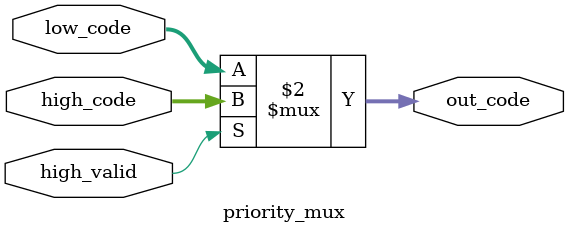
<source format=v>
module priority_encoder_top(
    input [7:0] req,
    output [2:0] code
);

    wire [2:0] high_priority_code;
    wire [2:0] low_priority_code;
    wire high_priority_valid;

    high_priority_encoder high_enc(
        .req(req[7:4]),
        .code(high_priority_code),
        .valid(high_priority_valid)
    );

    low_priority_encoder low_enc(
        .req(req[3:0]),
        .code(low_priority_code)
    );

    priority_mux mux(
        .high_code(high_priority_code),
        .low_code(low_priority_code),
        .high_valid(high_priority_valid),
        .out_code(code)
    );

endmodule

module high_priority_encoder(
    input [3:0] req,
    output reg [2:0] code,
    output reg valid
);
    always @(*) begin
        case(1'b1)
            req[3]: begin code = 3'b111; valid = 1'b1; end
            req[2]: begin code = 3'b110; valid = 1'b1; end
            req[1]: begin code = 3'b101; valid = 1'b1; end
            req[0]: begin code = 3'b100; valid = 1'b1; end
            default: begin code = 3'b000; valid = 1'b0; end
        endcase
    end
endmodule

module low_priority_encoder(
    input [3:0] req,
    output reg [2:0] code
);
    always @(*) begin
        case(1'b1)
            req[3]: code = 3'b011;
            req[2]: code = 3'b010;
            req[1]: code = 3'b001;
            req[0]: code = 3'b000;
            default: code = 3'b000;
        endcase
    end
endmodule

module priority_mux(
    input [2:0] high_code,
    input [2:0] low_code,
    input high_valid,
    output reg [2:0] out_code
);
    always @(*) begin
        out_code = high_valid ? high_code : low_code;
    end
endmodule
</source>
